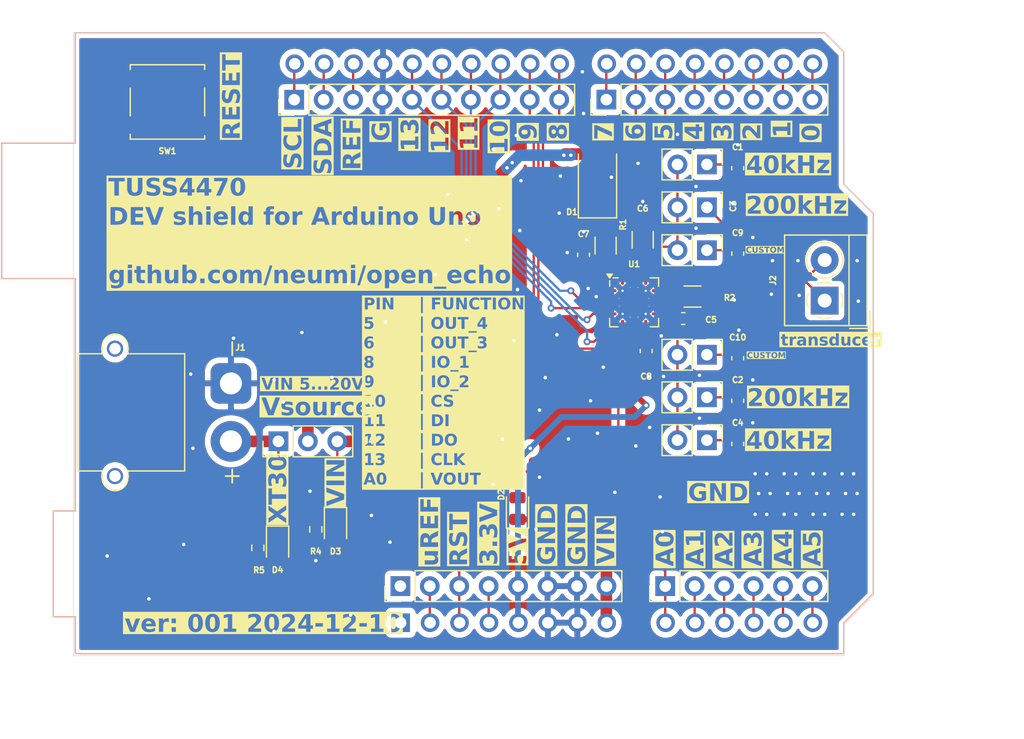
<source format=kicad_pcb>
(kicad_pcb (version 20240108) (generator "pcbnew") (generator_version "8.0")
  (layers (0 "F.Cu" signal) (31 "B.Cu" signal) (34 "B.Paste" user) (35 "F.Paste" user) (36 "B.SilkS" user "B.Silkscreen") (37 "F.SilkS" user "F.Silkscreen") (38 "B.Mask" user) (39 "F.Mask" user) (44 "Edge.Cuts" user))
  (net 0 "")
  (net 2 "Net-(J2-Pin_1)")
  (net 3 "Net-(J2-Pin_2)")
  (net 4 "GND")
  (net 5 "NCS")
  (net 6 "OUT_4")
  (net 7 "ADC")
  (net 8 "IO_2")
  (net 9 "Net-(A1-VIN)")
  (net 10 "OUT_3")
  (net 11 "SDO")
  (net 12 "SCLK")
  (net 13 "IO_1")
  (net 14 "+5V")
  (net 15 "SDI")
  (net 16 "Net-(JP1-A)")
  (net 17 "Net-(JP2-A)")
  (net 18 "Net-(JP3-A)")
  (net 19 "Net-(JP4-A)")
  (net 20 "Net-(C5-Pad1)")
  (net 21 "Net-(U1-INP)")
  (net 22 "Net-(U1-VDRV)")
  (net 23 "Net-(U1-VPWR)")
  (net 24 "Net-(JP5-A)")
  (net 25 "Net-(JP6-A)")
  (net 26 "Net-(D1-K)")
  (net 27 "VCC")
  (net 28 "Net-(J1-Pin_2)")
  (net 29 "Net-(JP1-B)")
  (net 30 "Net-(JP2-B)")
  (net 31 "+3.3V")
  (net 32 "Net-(A1-A3)")
  (net 33 "RESET")
  (net 34 "Net-(A1-D1{slash}TX)")
  (net 35 "Net-(J6-Pin_6)")
  (net 36 "Net-(J6-Pin_5)")
  (net 37 "Net-(A1-D4)")
  (net 38 "Net-(A1-D2)")
  (net 39 "Net-(J3-Pin_2)")
  (net 40 "Net-(A1-D0{slash}RX)")
  (net 41 "Net-(J3-Pin_1)")
  (net 42 "Net-(A1-A1)")
  (net 43 "Net-(A1-D3)")
  (net 44 "Net-(A1-AREF)")
  (net 45 "UREF")
  (net 46 "Net-(A1-D7)")
  (net 47 "Net-(A1-A2)")
  (net 49 "Net-(D2-A)")
  (net 50 "Net-(D3-A)")
  (net 51 "Net-(D4-A)")
  (footprint "Resistor_SMD:R_1206_3216Metric" (layer "F.Cu") (at 117.5 57 180)
    (property "Reference" "R2")
    (property "Value" "R200")
  )
  (footprint "LED_SMD:LED_0805_2012Metric" (layer "F.Cu") (at 102.4 75.3 90)
    (property "Reference" "D2")
    (property "Value" "LED_PWR")
  )
  (footprint "TerminalBlock_4Ucon:TerminalBlock_4Ucon_1x02_P3.50mm_Horizontal" (layer "F.Cu") (at 128.9 57.35 90)
    (property "Reference" "J2")
    (property "Value" "TRANSDUCER")
  )
  (footprint "Package_DFN_QFN:QFN-20-1EP_4x4mm_P0.5mm_EP2.5x2.5mm_ThermalVias" (layer "F.Cu") (at 112.4625 57.5)
    (property "Reference" "U1")
    (property "Value" "TUSS4470TRTJR")
  )
  (footprint "Diode_SMD:D_SMA" (layer "F.Cu") (at 109.3 46.7 90)
    (property "Reference" "D1")
    (property "Value" "1N4001")
  )
  (footprint "Capacitor_SMD:C_0603_1608Metric" (layer "F.Cu") (at 116.7 58.9 180)
    (property "Reference" "C5")
    (property "Value" "40V, 330pF")
  )
  (footprint "Connector_PinHeader_2.54mm:PinHeader_1x02_P2.54mm_Vertical" (layer "F.Cu") (at 118.74 65.7 -90)
    (property "Reference" "JP2" (hide yes))
    (property "Value" "40kHz")
  )
  (footprint "Connector_PinHeader_2.54mm:PinHeader_1x02_P2.54mm_Vertical" (layer "F.Cu") (at 118.74 49.3 -90)
    (property "Reference" "JP3" (hide yes))
    (property "Value" "200kHz")
  )
  (footprint "Capacitor_SMD:C_0603_1608Metric" (layer "F.Cu") (at 121.4 66 90)
    (property "Reference" "C2")
    (property "Value" "C106nF")
  )
  (footprint "Capacitor_SMD:C_0603_1608Metric" (layer "F.Cu") (at 113.5 61.7 90)
    (property "Reference" "C8")
    (property "Value" "10nF")
  )
  (footprint "Connector_PinHeader_2.54mm:PinHeader_1x06_P2.54mm_Vertical" (layer "F.Cu") (at 115.143426 82 90)
    (property "Reference" "J6" (hide yes))
    (property "Value" "Conn_01x06_Socket")
  )
  (footprint "Connector_AMASS:AMASS_XT30PW-M_1x02_P2.50mm_Horizontal" (layer "F.Cu") (at 77.675 64.5 90)
    (property "Reference" "J1")
    (property "Value" "VIN")
  )
  (footprint "LED_SMD:LED_0805_2012Metric" (layer "F.Cu") (at 86.7 76.9 -90)
    (property "Reference" "D3")
    (property "Value" "LED_VIN")
  )
  (footprint "LED_SMD:LED_0805_2012Metric" (layer "F.Cu") (at 81.7 78.5 -90)
    (property "Reference" "D4")
    (property "Value" "LED_XT30")
  )
  (footprint "Resistor_SMD:R_0603_1608Metric" (layer "F.Cu") (at 102.4 72.1 90)
    (property "Reference" "R3")
    (property "Value" "R330")
  )
  (footprint "Capacitor_SMD:C_1206_3216Metric" (layer "F.Cu") (at 113.2 52.1 90)
    (property "Reference" "C6")
    (property "Value" "40V, 2µF")
  )
  (footprint "Capacitor_SMD:C_0603_1608Metric" (layer "F.Cu") (at 121.4 62.325 90)
    (property "Reference" "C10")
    (property "Value" "CXXnF")
  )
  (footprint "Capacitor_SMD:C_0603_1608Metric" (layer "F.Cu") (at 121.4 53.3 90)
    (property "Reference" "C9")
    (property "Value" "CXXnF")
  )
  (footprint "Connector_PinHeader_2.54mm:PinHeader_1x02_P2.54mm_Vertical" (layer "F.Cu") (at 118.74 69.4 -90)
    (property "Reference" "JP4" (hide yes))
    (property "Value" "200kHz")
  )
  (footprint "Capacitor_SMD:C_0603_1608Metric" (layer "F.Cu") (at 121.4 45.925 90)
    (property "Reference" "C1")
    (property "Value" "C15nF")
  )
  (footprint "Resistor_SMD:R_0603_1608Metric" (layer "F.Cu") (at 85 77.1 90)
    (property "Reference" "R4")
    (property "Value" "R1k")
  )
  (footprint "Resistor_SMD:R_1206_3216Metric" (layer "F.Cu") (at 110 52.6 90)
    (property "Reference" "R1")
    (property "Value" "R10")
  )
  (footprint "Resistor_SMD:R_0603_1608Metric" (layer "F.Cu") (at 80 78.7 90)
    (property "Reference" "R5")
    (property "Value" "R1k")
  )
  (footprint "Capacitor_SMD:C_0201_0603Metric" (layer "F.Cu") (at 121 50.4 90)
    (property "Reference" "C3")
    (property "Value" "C3.2nF")
  )
  (footprint "Connector_PinHeader_2.54mm:PinHeader_1x08_P2.54mm_Vertical" (layer "F.Cu") (at 92.292675 81.999189 90)
    (property "Reference" "J7" (hide yes))
    (property "Value" "Conn_01x08_Socket")
  )
  (footprint "Connector_PinHeader_2.54mm:PinHeader_1x08_P2.54mm_Vertical" (layer "F.Cu") (at 110.062821 40 90)
    (property "Reference" "J5" (hide yes))
    (property "Value" "Conn_01x08_Socket")
  )
  (footprint "Connector_PinHeader_2.54mm:PinHeader_1x10_P2.54mm_Vertical" (layer "F.Cu") (at 83.137057 40.008896 90)
    (property "Reference" "J3" (hide yes))
    (property "Value" "Conn_01x10_Socket")
  )
  (footprint "Capacitor_SMD:C_0603_1608Metric" (layer "F.Cu") (at 108.1 53.4 90)
    (property "Reference" "C7")
    (property "Value" "50V, 100nF")
  )
  (footprint "Button_Switch_SMD:SW_Push_1P1T_NO_CK_KSC7xxJ" (layer "F.Cu") (at 72.2 40.2)
    (property "Reference" "SW1")
    (property "Value" "RST")
  )
  (footprint "Connector_PinHeader_2.54mm:PinHeader_1x03_P2.54mm_Vertical" (layer "F.Cu") (at 81.775 69.5 90)
    (property "Reference" "J4")
    (property "Value" "VCC SELECT")
  )
  (footprint "Capacitor_SMD:C_0603_1608Metric" (layer "F.Cu") (at 121.4 69.725 90)
    (property "Reference" "C4")
    (property "Value" "C21.2nF")
  )
  (footprint "Connector_PinHeader_2.54mm:PinHeader_1x02_P2.54mm_Vertical" (layer "F.Cu") (at 118.74 53 -90)
    (property "Reference" "JP5" (hide yes))
    (property "Value" "CUSTOM kHz")
  )
  (footprint "Connector_PinHeader_2.54mm:PinHeader_1x02_P2.54mm_Vertical" (layer "F.Cu") (at 118.74 45.6 -90)
    (property "Reference" "JP1" (hide yes))
    (property "Value" "40kHz")
  )
  (footprint "Connector_PinHeader_2.54mm:PinHeader_1x02_P2.54mm_Vertical" (layer "F.Cu") (at 118.74 62.025 -90)
    (property "Reference" "JP6" (hide yes))
    (property "Value" "CUSTOM kHz")
  )
  (footprint "Module:Arduino_UNO_R3" (layer "B.Cu") (at 92.32 85.16)
    (property "Reference" "A1" (hide yes))
    (property "Value" "Arduino_UNO_R3" (hide yes))
  )
  (gr_line (start 130.6 88) (end 64.1 88) (stroke (width 0.05)) (layer "Edge.Cuts"))
  (gr_line (start 130.6 36) (end 130.6 47.4) (stroke (width 0.05)) (layer "Edge.Cuts"))
  (gr_line (start 64.1 88) (end 64.1 84.8) (stroke (width 0.05)) (layer "Edge.Cuts"))
  (gr_line (start 133.1 82.8) (end 130.6 85.3) (stroke (width 0.05)) (layer "Edge.Cuts"))
  (gr_line (start 64.1 34.2) (end 128.8 34.2) (stroke (width 0.05)) (layer "Edge.Cuts"))
  (gr_line (start 130.6 85.3) (end 130.6 88) (stroke (width 0.05)) (layer "Edge.Cuts"))
  (gr_line (start 133.1 49.9) (end 133.1 82.8) (stroke (width 0.05)) (layer "Edge.Cuts"))
  (gr_line (start 128.8 34.2) (end 130.6 36) (stroke (width 0.05)) (layer "Edge.Cuts"))
  (gr_line (start 64.1 84.8) (end 64.1 34.2) (stroke (width 0.05)) (layer "Edge.Cuts"))
  (gr_line (start 130.6 47.4) (end 133.1 49.9) (stroke (width 0.05)) (layer "Edge.Cuts"))
  (gr_text "3" (at 121.1 43.5 90) (layer "F.SilkS" knockout) (effects (font (size 1.5 1.5) (thickness 0.3) (bold yes)) (justify left bottom)))
  (gr_text "VIN" (at 111 80.1 90) (layer "F.SilkS" knockout) (effects (font (size 1.5 1.5) (thickness 0.3) (bold yes)) (justify left bottom)))
  (gr_text "A1" (at 118.7 80.3 90) (layer "F.SilkS" knockout) (effects (font (size 1.5 1.5) (thickness 0.3) (bold yes)) (justify left bottom)))
  (gr_text "12" (at 96.7 44.6 90) (layer "F.SilkS" knockout) (effects (font (size 1.5 1.5) (thickness 0.3) (bold yes)) (justify left bottom)))
  (gr_text "A5" (at 128.8 80.3 90) (layer "F.SilkS" knockout) (effects (font (size 1.5 1.5) (thickness 0.3) (bold yes)) (justify left bottom)))
  (gr_text "0" (at 128.7 43.6 90) (layer "F.SilkS" knockout) (effects (font (size 1.5 1.5) (thickness 0.3) (bold yes)) (justify left bottom)))
  (gr_text "REF" (at 89.1 46.1 90) (layer "F.SilkS" knockout) (effects (font (size 1.5 1.5) (thickness 0.3) (bold yes)) (justify left bottom)))
  (gr_text "XT30" (at 82.7 76.6 90) (layer "F.SilkS" knockout) (effects (font (size 1.5 1.5) (thickness 0.3) (bold yes)) (justify left bottom)))
  (gr_text "CUSTOM" (at 122.2 62.4 0) (layer "F.SilkS" knockout) (effects (font (size 0.5 0.5) (thickness 0.125) (bold yes)) (justify left bottom)))
  (gr_text "3.3V" (at 100.9 80.2 90) (layer "F.SilkS" knockout) (effects (font (size 1.5 1.5) (thickness 0.3) (bold yes)) (justify left bottom)))
  (gr_text "uREF" (at 95.8 80.3 90) (layer "F.SilkS" knockout) (effects (font (size 1.5 1.5) (thickness 0.3) (bold yes)) (justify left bottom)))
  (gr_text "6" (at 113.5 43.5 90) (layer "F.SilkS" knockout) (effects (font (size 1.5 1.5) (thickness 0.3) (bold yes)) (justify left bottom)))
  (gr_text "200kHz" (at 122.1 50.1 0) (layer "F.SilkS" knockout) (effects (font (size 1.5 1.5) (thickness 0.3) (bold yes)) (justify left bottom)))
  (gr_text "9" (at 104.3 43.5 90) (layer "F.SilkS" knockout) (effects (font (size 1.5 1.5) (thickness 0.3) (bold yes)) (justify left bottom)))
  (gr_text "40kHz" (at 122.1 46.6 0) (layer "F.SilkS" knockout) (effects (font (size 1.5 1.5) (thickness 0.3) (bold yes)) (justify left bottom)))
  (gr_text "SDA" (at 86.6 46.5 90) (layer "F.SilkS" knockout) (effects (font (size 1.5 1.5) (thickness 0.3) (bold yes)) (justify left bottom)))
  (gr_text "RST" (at 98.3 80.3 90) (layer "F.SilkS" knockout) (effects (font (size 1.5 1.5) (thickness 0.3) (bold yes)) (justify left bottom)))
  (gr_text "GND" (at 117.1 74.9 0) (layer "F.SilkS" knockout) (effects (font (size 1.5 1.5) (thickness 0.3) (bold yes)) (justify left bottom)))
  (gr_text "RESET" (at 78.7 43.5 90) (layer "F.SilkS" knockout) (effects (font (size 1.5 1.5) (thickness 0.3) (bold yes)) (justify left bottom)))
  (gr_text "A0" (at 116.1 80.3 90) (layer "F.SilkS" knockout) (effects (font (size 1.5 1.5) (thickness 0.3) (bold yes)) (justify left bottom)))
  (gr_text "CUSTOM" (at 122.1 53.3 0) (layer "F.SilkS" knockout) (effects (font (size 0.5 0.5) (thickness 0.125) (bold yes)) (justify left bottom)))
  (gr_text "10" (at 101.8 44.7 90) (layer "F.SilkS" knockout) (effects (font (size 1.5 1.5) (thickness 0.3) (bold yes)) (justify left bottom)))
  (gr_text "A2" (at 121.2 80.3 90) (layer "F.SilkS" knockout) (effects (font (size 1.5 1.5) (thickness 0.3) (bold yes)) (justify left bottom)))
  (gr_text "SCL" (at 84 46 90) (layer "F.SilkS" knockout) (effects (font (size 1.5 1.5) (thickness 0.3) (bold yes)) (justify left bottom)))
  (gr_text "8" (at 106.9 43.5 90) (layer "F.SilkS" knockout) (effects (font (size 1.5 1.5) (thickness 0.3) (bold yes)) (justify left bottom)))
  (gr_text "GND" (at 108.5 80.2 90) (layer "F.SilkS" knockout) (effects (font (size 1.5 1.5) (thickness 0.3) (bold yes)) (justify left bottom)))
  (gr_text "200kHz" (at 122.2 66.7 0) (layer "F.SilkS" knockout) (effects (font (size 1.5 1.5) (thickness 0.3) (bold yes)) (justify left bottom)))
  (gr_text "2" (at 123.6 43.5 90) (layer "F.SilkS" knockout) (effects (font (size 1.5 1.5) (thickness 0.3) (bold yes)) (justify left bottom)))
  (gr_text "Vsource" (at 80.3 67.5 0) (layer "F.SilkS" knockout) (effects (font (size 1.5 1.5) (thickness 0.3) (bold yes)) (justify left bottom)))
  (gr_text "G" (at 91.6 43.6 90) (layer "F.SilkS" knockout) (effects (font (size 1.5 1.5) (thickness 0.3) (bold yes)) (justify left bottom)))
  (gr_text "13" (at 94.1 44.5 90) (layer "F.SilkS" knockout) (effects (font (size 1.5 1.5) (thickness 0.3) (bold yes)) (justify left bottom)))
  (gr_text "40kHz" (at 122.1 70.4 0) (layer "F.SilkS" knockout) (effects (font (size 1.5 1.5) (thickness 0.3) (bold yes)) (justify left bottom)))
  (gr_text "11" (at 99.2 44.4 90) (layer "F.SilkS" knockout) (effects (font (size 1.5 1.5) (thickness 0.3) (bold yes)) (justify left bottom)))
  (gr_text "VIN 5...20V" (at 80.3 65.2 0) (layer "F.SilkS" knockout) (effects (font (size 1 1) (thickness 0.25) (bold yes)) (justify left bottom)))
  (gr_text "7" (at 110.8 43.5 90) (layer "F.SilkS" knockout) (effects (font (size 1.5 1.5) (thickness 0.3) (bold yes)) (justify left bottom)))
  (gr_text "GND" (at 105.9 80.2 90) (layer "F.SilkS" knockout) (effects (font (size 1.5 1.5) (thickness 0.3) (bold yes)) (justify left bottom)))
  (gr_text "transducer" (at 125.1 61.4 0) (layer "F.SilkS" knockout) (effects (font (size 1 1) (thickness 0.25) (bold yes)) (justify left bottom)))
  (gr_text "PIN	| FUNCTION\n5		| OUT_4\n6		| OUT_3\n8		| IO_1\n9		| IO_2\n10		| CS\n11		| DI\n12		| DO\n13		| CLK\nA0		| VOUT" (at 89.1 73.4 0) (layer "F.SilkS" knockout) (effects (font (size 1 1) (thickness 0.25) (bold yes)) (justify left bottom)))
  (gr_text "ver: 001 2024-12-10\n" (at 68.5 86.2 0) (layer "F.SilkS" knockout) (effects (font (size 1.5 1.5) (thickness 0.3) (bold yes)) (justify left bottom)))
  (gr_text "A4" (at 126.3 80.3 90) (layer "F.SilkS" knockout) (effects (font (size 1.5 1.5) (thickness 0.3) (bold yes)) (justify left bottom)))
  (gr_text "TUSS4470\nDEV shield for Arduino Uno\n\ngithub.com/neumi/open_echo" (at 67.1 56.1 0) (layer "F.SilkS" knockout) (effects (font (size 1.5 1.5) (thickness 0.3) (bold yes)) (justify left bottom)))
  (gr_text "5" (at 116 43.5 90) (layer "F.SilkS" knockout) (effects (font (size 1.5 1.5) (thickness 0.3) (bold yes)) (justify left bottom)))
  (gr_text "4" (at 118.6 43.5 90) (layer "F.SilkS" knockout) (effects (font (size 1.5 1.5) (thickness 0.3) (bold yes)) (justify left bottom)))
  (gr_text "VIN" (at 87.7 75.1 90) (layer "F.SilkS" knockout) (effects (font (size 1.5 1.5) (thickness 0.3) (bold yes)) (justify left bottom)))
  (gr_text "A3" (at 123.7 80.3 90) (layer "F.SilkS" knockout) (effects (font (size 1.5 1.5) (thickness 0.3) (bold yes)) (justify left bottom)))
  (gr_text "1" (at 126.2 43.3 90) (layer "F.SilkS" knockout) (effects (font (size 1.5 1.5) (thickness 0.3) (bold yes)) (justify left bottom)))
  (gr_text "5V" (at 103.4 80.2 90) (layer "F.SilkS" knockout) (effects (font (size 1.5 1.5) (thickness 0.3) (bold yes)) (justify left bottom)))
  (segment (start 128.9 57.35) (end 127.15 55.6) (width 0.2) (layer "F.Cu") (net 2))
  (segment (start 115.5375 56.5) (end 116.0375 57) (width 0.2) (layer "F.Cu") (net 2))
  (segment (start 117.4375 55.6) (end 116.0375 57) (width 0.2) (layer "F.Cu") (net 2))
  (segment (start 127.15 55.6) (end 117.4375 55.6) (width 0.2) (layer "F.Cu") (net 2))
  (segment (start 114.4 56.5) (end 115.5375 56.5) (width 0.2) (layer "F.Cu") (net 2))
  (segment (start 128.9 53.85) (end 127.75 55) (width 0.2) (layer "F.Cu") (net 3))
  (segment (start 114.025 55) (end 113.4625 55.5625) (width 0.2) (layer "F.Cu") (net 3))
  (segment (start 127.75 55) (end 114.025 55) (width 0.2) (layer "F.Cu") (net 3))
  (segment (start 90.76 40.005953) (end 90.757057 40.008896) (width 0.2) (layer "F.Cu") (net 4))
  (segment (start 114.4 57) (end 114.4 57.5) (width 0.2) (layer "F.Cu") (net 4))
  (segment (start 107.532675 85.247325) (end 107.52 85.26) (width 0.2) (layer "F.Cu") (net 4))
  (segment (start 110.525 57) (end 111.9625 57) (width 0.2) (layer "F.Cu") (net 4))
  (segment (start 114.4 57) (end 113.9625 57) (width 0.2) (layer "F.Cu") (net 4))
  (segment (start 111.9625 57) (end 112.4625 57.5) (width 0.2) (layer "F.Cu") (net 4))
  (segment (start 114.4 57) (end 112.9625 57) (width 0.2) (layer "F.Cu") (net 4))
  (segment (start 113.4625 58.5) (end 111.4625 58.5) (width 0.2) (layer "F.Cu") (net 4))
  (segment (start 104.992675 85.247325) (end 104.98 85.26) (width 0.2) (layer "F.Cu") (net 4))
  (segment (start 112.9625 57) (end 112.4625 57.5) (width 0.2) (layer "F.Cu") (net 4))
  (segment (start 111.4625 58.5) (end 111.4625 56.5) (width 0.2) (layer "F.Cu") (net 4))
  (segment (start 113.2 50.625) (end 113.2 48.8) (width 0.2) (layer "F.Cu") (net 4))
  (segment (start 110.525 57) (end 109.2 57) (width 0.2) (layer "F.Cu") (net 4))
  (segment (start 104.992675 81.999189) (end 104.992675 85.247325) (width 0.2) (layer "F.Cu") (net 4))
  (segment (start 113.4625 56.5) (end 113.4625 58.5) (width 0.2) (layer "F.Cu") (net 4))
  (segment (start 107.532675 81.999189) (end 107.532675 85.247325) (width 0.2) (layer "F.Cu") (net 4))
  (segment (start 90.76 37) (end 90.76 40.005953) (width 0.2) (layer "F.Cu") (net 4))
  (segment (start 111.4625 56.5) (end 113.4625 56.5) (width 0.2) (layer "F.Cu") (net 4))
  (via (at 108.5 56.3) (size 0.6) (drill 0.3) (layers "F.Cu" "B.Cu") (net 4))
  (via (at 109.3 68.8) (size 0.6) (drill 0.3) (layers "F.Cu" "B.Cu") (net 4))
  (via (at 85 79.8) (size 0.6) (drill 0.3) (layers "F.Cu" "B.Cu") (net 4))
  (via (at 124.4 53.9) (size 0.6) (drill 0.3) (layers "F.Cu" "B.Cu") (net 4))
  (via (at 131.8 57.4) (size 0.6) (drill 0.3) (layers "F.Cu" "B.Cu") (net 4))
  (via (at 118.1 67.5) (size 0.6) (drill 0.3) (layers "F.Cu" "B.Cu") (net 4))
  (via (at 96.4 48.2) (size 0.6) (drill 0.3) (layers "F.Cu" "B.Cu") (net 4))
  (via (at 98 52.1) (size 0.6) (drill 0.3) (layers "F.Cu" "B.Cu") (net 4))
  (via (at 74.2 63.7) (size 0.6) (drill 0.3) (layers "F.Cu" "B.Cu") (net 4))
  (via (at 115 63.9) (size 0.6) (drill 0.3) (layers "F.Cu" "B.Cu") (net 4))
  (via (at 116.2 43) (size 0.6) (drill 0.3) (layers "F.Cu" "B.Cu") (net 4))
  (via (at 82.2 66.1) (size 0.6) (drill 0.3) (layers "F.Cu" "B.Cu") (net 4))
  (via (at 122.9 72.3) (size 0.6) (drill 0.3) (layers "F.Cu" "B.Cu") (net 4))
  (via (at 95.3 55.1) (size 0.6) (drill 0.3) (layers "F.Cu" "B.Cu") (net 4))
  (via (at 128.9 75.8) (size 0.6) (drill 0.3) (layers "F.Cu" "B.Cu") (net 4))
  (via (at 102.6 51.3) (size 0.6) (drill 0.3) (layers "F.Cu" "B.Cu") (net 4))
  (via (at 121.1 57.3) (size 0.6) (drill 0.3) (layers "F.Cu" "B.Cu") (net 4))
  (via (at 108.7 66) (size 0.6) (drill 0.3) (layers "F.Cu" "B.Cu") (net 4))
  (via (at 130.4 72.3) (size 0.6) (drill 0.3) (layers "F.Cu" "B.Cu") (net 4))
  (via (at 87.8 55.9) (size 0.6) (drill 0.3) (layers "F.Cu" "B.Cu") (net 4))
  (via (at 81.4 85.9) (size 0.6) (drill 0.3) (layers "F.Cu" "B.Cu") (net 4))
  (via (at 104.3 66.8) (size 0.6) (drill 0.3) (layers "F.Cu" "B.Cu") (net 4))
  (via (at 104.8 64) (size 0.6) (drill 0.3) (layers "F.Cu" "B.Cu") (net 4))
  (via (at 110.6 77.1) (size 0.6) (drill 0.3) (layers "F.Cu" "B.Cu") (net 4))
  (via (at 124.2 74) (size 0.6) (drill 0.3) (layers "F.Cu" "B.Cu") (net 4))
  (via (at 123.9 75.8) (size 0.6) (drill 0.3) (layers "F.Cu" "B.Cu") (net 4))
  (via (at 122.7 51.9) (size 0.6) (drill 0.3) (layers "F.Cu" "B.Cu") (net 4))
  (via (at 77.9 60.6) (size 0.6) (drill 0.3) (layers "F.Cu" "B.Cu") (net 4))
  (via (at 106.7 53.2) (size 0.6) (drill 0.3) (layers "F.Cu" "B.Cu") (net 4))
  (via (at 126.4 75.8) (size 0.6) (drill 0.3) (layers "F.Cu" "B.Cu") (net 4))
  (via (at 110.5 46.7) (size 0.6) (drill 0.3) (layers "F.Cu" "B.Cu") (net 4))
  (via (at 128.9 72.3) (size 0.6) (drill 0.3) (layers "F.Cu" "B.Cu") (net 4))
  (via (at 128.2 74) (size 0.6) (drill 0.3) (layers "F.Cu" "B.Cu") (net 4))
  (via (at 121.5 59.9) (size 0.6) (drill 0.3) (layers "F.Cu" "B.Cu") (net 4))
  (via (at 130.4 75.8) (size 0.6) (drill 0.3) (layers "F.Cu" "B.Cu") (net 4))
  (via (at 74.4 70.1) (size 0.6) (drill 0.3) (layers "F.Cu" "B.Cu") (net 4))
  (via (at 125.7 74) (size 0.6) (drill 0.3) (layers "F.Cu" "B.Cu") (net 4))
  (via (at 126.6 53.9) (size 0.6) (drill 0.3) (layers "F.Cu" "B.Cu") (net 4))
  (via (at 104.3 72.6) (size 0.6) (drill 0.3) (layers "F.Cu" "B.Cu") (net 4))
  (via (at 114.8 60.4) (size 0.6) (drill 0.3) (layers "F.Cu" "B.Cu") (net 4))
  (via (at 124.3 56.8) (size 0.6) (drill 0.3) (layers "F.Cu" "B.Cu") (net 4))
  (via (at 83.8 60.1) (size 0.6) (drill 0.3) (layers "F.Cu" "B.Cu") (net 4))
  (via (at 84.5 73.8) (size 0.6) (drill 0.3) (layers "F.Cu" "B.Cu") (net 4))
  (via (at 121 49) (size 0.6) (drill 0.3) (layers "F.Cu" "B.Cu") (net 4))
  (via (at 109.2 57) (size 0.6) (drill 0.3) (layers "F.Cu" "B.Cu") (net 4))
  (via (at 70.6 83.1) (size 0.6) (drill 0.3) (layers "F.Cu" "B.Cu") (net 4))
  (via (at 123.2 74) (size 0.6) (drill 0.3) (layers "F.Cu" "B.Cu") (net 4))
  (via (at 125.4 75.8) (size 0.6) (drill 0.3) (layers "F.Cu" "B.Cu") (net 4))
  (via (at 86.4 64) (size 0.6) (drill 0.3) (layers "F.Cu" "B.Cu") (net 4))
  (via (at 131.7 53.9) (size 0.6) (drill 0.3) (layers "F.Cu" "B.Cu") (net 4))
  (via (at 106 49.8) (size 0.6) (drill 0.3) (layers "F.Cu" "B.Cu") (net 4))
  (via (at 106.8 69.3) (size 0.6) (drill 0.3) (layers "F.Cu" "B.Cu") (net 4))
  (via (at 106.1 46.6) (size 0.6) (drill 0.3) (layers "F.Cu" "B.Cu") (net 4))
  (via (at 101.1 69.3) (size 0.6) (drill 0.3) (layers "F.Cu" "B.Cu") (net 4))
  (via (at 91.4 78.2) (size 0.6) (drill 0.3) (layers "F.Cu" "B.Cu") (net 4))
  (via (at 108.1 51.4) (size 0.6) (drill 0.3) (layers "F.Cu" "B.Cu") (net 4))
  (via (at 104 77.1) (size 0.6) (drill 0.3) (layers "F.Cu" "B.Cu") (net 4))
  (via (at 127.9 72.3) (size 0.6) (drill 0.3) (layers "F.Cu" "B.Cu") (net 4))
  (via (at 100.3 44.3) (size 0.6) (drill 0.3) (layers "F.Cu" "B.Cu") (net 4))
  (via (at 130.7 74) (size 0.6) (drill 0.3) (layers "F.Cu" "B.Cu") (net 4))
  (via (at 112.8 45.5) (size 0.6) (drill 0.3) (layers "F.Cu" "B.Cu") (net 4))
  (via (at 81.4 64.2) (size 0.6) (drill 0.3) (layers "F.Cu" "B.Cu") (net 4))
  (via (at 113.2 48.8) (size 0.6) (drill 0.3) (layers "F.Cu" "B.Cu") (net 4))
  (via (at 114.9 77.3) (size 0.6) (drill 0.3) (layers "F.Cu" "B.Cu") (net 4))
  (via (at 121.4 43.9) (size 0.6) (drill 0.3) (layers "F.Cu" "B.Cu") (net 4))
  (via (at 88 84.5) (size 0.6) (drill 0.3) (layers "F.Cu" "B.Cu") (net 4))
  (via (at 93.2 51) (size 0.6) (drill 0.3) (layers "F.Cu" "B.Cu") (net 4))
  (via (at 109.8 63.1) (size 0.6) (drill 0.3) (layers "F.Cu" "B.Cu") (net 4))
  (via (at 73.6 78.4) (size 0.6) (drill 0.3) (layers "F.Cu" "B.Cu") (net 4))
  (via (at 113.8 68.3) (size 0.6) (drill 0.3) (layers "F.Cu" "B.Cu") (net 4))
  (via (at 131.4 75.8) (size 0.6) (drill 0.3) (layers "F.Cu" "B.Cu") (net 4))
  (via (at 117.8 47.5) (size 0.6) (drill 0.3) (layers "F.Cu" "B.Cu") (net 4))
  (via (at 102.7 47) (size 0.6) (drill 0.3) (layers "F.Cu" "B.Cu") (net 4))
  (via (at 113.7 63.9) (size 0.6) (drill 0.3) (layers "F.Cu" "B.Cu") (net 4))
  (via (at 131.4 72.3) (size 0.6) (drill 0.3) (layers "F.Cu" "B.Cu") (net 4))
  (via (at 126.7 56.9) (size 0.6) (drill 0.3) (layers "F.Cu" "B.Cu") (net 4))
  (via (at 122.7 64.2) (size 0.6) (drill 0.3) (layers "F.Cu" "B.Cu") (net 4))
  (via (at 118.1 63.8) (size 0.6) (drill 0.3) (layers "F.Cu" "B.Cu") (net 4))
  (via (at 122.9 75.8) (size 0.6) (drill 0.3) (layers "F.Cu" "B.Cu") (net 4))
  (via (at 126.7 74) (size 0.6) (drill 0.3) (layers "F.Cu" "B.Cu") (net 4))
  (via (at 114.7 74.3) (size 0.6) (drill 0.3) (layers "F.Cu" "B.Cu") (net 4))
  (via (at 112.6 69.9) (size 0.6) (drill 0.3) (layers "F.Cu" "B.Cu") (net 4))
  (via (at 89.8 75.9) (size 0.6) (drill 0.3) (layers "F.Cu" "B.Cu") (net 4))
  (via (at 123.9 72.3) (size 0.6) (drill 0.3) (layers "F.Cu" "B.Cu") (net 4))
  (via (at 67 79.4) (size 0.6) (drill 0.3) (layers "F.Cu" "B.Cu") (net 4))
  (via (at 129.2 74) (size 0.6) (drill 0.3) (layers "F.Cu" "B.Cu") (net 4))
  (via (at 125.4 72.3) (size 0.6) (drill 0.3) (layers "F.Cu" "B.Cu") (net 4))
  (via (at 105.8 60.3) (size 0.6) (drill 0.3) (layers "F.Cu" "B.Cu") (net 4))
  (via (at 91 59.2) (size 0.6) (drill 0.3) (layers "F.Cu" "B.Cu") (net 4))
  (via (at 110.8 73.9) (size 0.6) (drill 0.3) (layers "F.Cu" "B.Cu") (net 4))
  (via (at 102.4 56.4) (size 0.6) (drill 0.3) (layers "F.Cu" "B.Cu") (net 4))
  (via (at 86.7 67.2) (size 0.6) (drill 0.3) (layers "F.Cu" "B.Cu") (net 4))
  (via (at 108 37.6) (size 0.6) (drill 0.3) (layers "F.Cu" "B.Cu") (net 4))
  (via (at 126.4 72.3) (size 0.6) (drill 0.3) (layers "F.Cu" "B.Cu") (net 4))
  (via (at 100.8 49.4) (size 0.6) (drill 0.3) (layers "F.Cu" "B.Cu") (net 4))
  (via (at 117.8 51.1) (size 0.6) (drill 0.3) (layers "F.Cu" "B.Cu") (net 4))
  (via (at 127.9 75.8) (size 0.6) (drill 0.3) (layers "F.Cu" "B.Cu") (net 4))
  (via (at 102.3 43.1) (size 0.6) (drill 0.3) (layers "F.Cu" "B.Cu") (net 4))
  (via (at 122.7 67.9) (size 0.6) (drill 0.3) (layers "F.Cu" "B.Cu") (net 4))
  (via (at 108.1 41.2) (size 0.6) (drill 0.3) (layers "F.Cu" "B.Cu") (net 4))
  (via (at 100.3 73.2) (size 0.6) (drill 0.3) (layers "F.Cu" "B.Cu") (net 4))
  (via (at 131.7 74) (size 0.6) (drill 0.3) (layers "F.Cu" "B.Cu") (net 4))
  (via (at 102.1 60.8) (size 0.6) (drill 0.3) (layers "F.Cu" "B.Cu") (net 4))
  (segment (start 110.525 57.5) (end 109.548529 57.5) (width 0.2) (layer "F.Cu") (net 5))
  (segment (start 100.92 40.005953) (end 100.917057 40.008896) (width 0.2) (layer "F.Cu") (net 5))
  (segment (start 109.548529 57.5) (end 109.448529 57.6) (width 0.2) (layer "F.Cu") (net 5))
  (segment (start 108.1 57.6) (end 107 56.5) (width 0.2) (layer "F.Cu") (net 5))
  (segment (start 100.92 37) (end 100.92 40.005953) (width 0.2) (layer "F.Cu") (net 5))
  (segment (start 109.448529 57.6) (end 108.1 57.6) (width 0.2) (layer "F.Cu") (net 5))
  (via (at 107 56.5) (size 0.6) (drill 0.3) (layers "F.Cu" "B.Cu") (net 5))
  (segment (start 98.78 49.214314) (end 106.065686 56.5) (width 0.2) (layer "B.Cu") (net 5))
  (segment (start 98.78 42.145953) (end 100.917057 40.008896) (width 0.2) (layer "B.Cu") (net 5))
  (segment (start 98.78 43.7) (end 98.78 42.145953) (width 0.2) (layer "B.Cu") (net 5))
  (segment (start 98.78 43.7) (end 98.78 49.214314) (width 0.2) (layer "B.Cu") (net 5))
  (segment (start 106.065686 56.5) (end 107 56.5) (width 0.2) (layer "B.Cu") (net 5))
  (segment (start 115.14 37) (end 115.14 39.997179) (width 0.2) (layer "F.Cu") (net 6))
  (segment (start 115.142821 41.557179) (end 115.142821 40) (width 0.2) (layer "F.Cu") (net 6))
  (segment (start 111.9625 55.5625) (end 111.9625 55.135614) (width 0.2) (layer "F.Cu") (net 6))
  (segment (start 111.4 54.573114) (end 111.4 45.3) (width 0.2) (layer "F.Cu") (net 6))
  (segment (start 111.9625 55.135614) (end 111.4 54.573114) (width 0.2) (layer "F.Cu") (net 6))
  (segment (start 115.14 39.997179) (end 115.142821 40) (width 0.2) (layer "F.Cu") (net 6))
  (segment (start 111.4 45.3) (end 115.142821 41.557179) (width 0.2) (layer "F.Cu") (net 6))
  (segment (start 112.9625 60.238804) (end 111.1 62.101304) (width 0.2) (layer "F.Cu") (net 7))
  (segment (start 115.143426 80.718426) (end 112.725 78.3) (width 0.2) (layer "F.Cu") (net 7))
  (segment (start 112.725 72.9) (end 112.725 78.3) (width 0.2) (layer "F.Cu") (net 7))
  (segment (start 115.143426 85.256574) (end 115.14 85.26) (width 0.2) (layer "F.Cu") (net 7))
  (segment (start 115.143426 82) (end 115.143426 85.256574) (width 0.2) (layer "F.Cu") (net 7))
  (segment (start 112.9625 59.4375) (end 112.9625 60.238804) (width 0.2) (layer "F.Cu") (net 7))
  (segment (start 111.1 62.101304) (end 111.1 71.275) (width 0.2) (layer "F.Cu") (net 7))
  (segment (start 111.1 71.275) (end 112.725 72.9) (width 0.2) (layer "F.Cu") (net 7))
  (segment (start 115.143426 82) (end 115.143426 80.718426) (width 0.2) (layer "F.Cu") (net 7))
  (segment (start 103.8 39.64) (end 103.46 39.3) (width 0.2) (layer "F.Cu") (net 8))
  (segment (start 103.8 60.765686) (end 103.8 42.2) (width 0.2) (layer "F.Cu") (net 8))
  (segment (start 103.457057 41.857057) (end 103.8 42.2) (width 0.2) (layer "F.Cu") (net 8))
  (segment (start 103.46 37) (end 103.46 40.005953) (width 0.2) (layer "F.Cu") (net 8))
  (segment (start 104.934314 61.9) (end 103.8 60.765686) (width 0.2) (layer "F.Cu") (net 8))
  (segment (start 103.46 40.005953) (end 103.457057 40.008896) (width 0.2) (layer "F.Cu") (net 8))
  (segment (start 112.4625 59.930072) (end 110.492572 61.9) (width 0.2) (layer "F.Cu") (net 8))
  (segment (start 110.492572 61.9) (end 104.934314 61.9) (width 0.2) (layer "F.Cu") (net 8))
  (segment (start 103.457057 40.008896) (end 103.457057 41.857057) (width 0.2) (layer "F.Cu") (net 8))
  (segment (start 112.4625 59.4375) (end 112.4625 59.930072) (width 0.2) (layer "F.Cu") (net 8))
  (segment (start 98.3 78.4) (end 89.4 69.5) (width 1) (layer "F.Cu") (net 9))
  (segment (start 89.4 69.5) (end 86.855 69.5) (width 1) (layer "F.Cu") (net 9))
  (segment (start 110.06 85.26) (end 110.06 83.06) (width 1) (layer "F.Cu") (net 9))
  (segment (start 110.072675 81.999189) (end 110.072675 80.572675) (width 1) (layer "F.Cu") (net 9))
  (segment (start 85 76.275) (end 85 75) (width 0.2) (layer "F.Cu") (net 9))
  (segment (start 107.9 78.4) (end 98.3 78.4) (width 1) (layer "F.Cu") (net 9))
  (segment (start 110.06 85.26) (end 110.06 82.011864) (width 1) (layer "F.Cu") (net 9))
  (segment (start 85 75) (end 86.855 73.145) (width 0.2) (layer "F.Cu") (net 9))
  (segment (start 86.855 73.145) (end 86.855 69.5) (width 0.2) (layer "F.Cu") (net 9))
  (segment (start 110.072675 80.572675) (end 107.9 78.4) (width 1) (layer "F.Cu") (net 9))
  (segment (start 110.06 82.011864) (end 110.072675 81.999189) (width 1) (layer "F.Cu") (net 9))
  (segment (start 109.325 55.3) (end 110.525 56.5) (width 0.2) (layer "F.Cu") (net 10))
  (segment (start 104.6 43.6) (end 104.6 52.7) (width 0.2) (layer "F.Cu") (net 10))
  (segment (start 112.602821 41.497179) (end 111.4 42.7) (width 0.2) (layer "F.Cu") (net 10))
  (segment (start 111.4 42.7) (end 105.5 42.7) (width 0.2) (layer "F.Cu") (net 10))
  (segment (start 105.5 42.7) (end 104.6 43.6) (width 0.2) (layer "F.Cu") (net 10))
  (segment (start 107.2 55.3) (end 109.325 55.3) (width 0.2) (layer "F.Cu") (net 10))
  (segment (start 112.6 37) (end 112.6 39.997179) (width 0.2) (layer "F.Cu") (net 10))
  (segment (start 112.6 39.997179) (end 112.602821 40) (width 0.2) (layer "F.Cu") (net 10))
  (segment (start 104.6 52.7) (end 107.2 55.3) (width 0.2) (layer "F.Cu") (net 10))
  (segment (start 112.602821 40) (end 112.602821 41.497179) (width 0.2) (layer "F.Cu") (net 10))
  (segment (start 95.84 40.005953) (end 95.837057 40.008896) (width 0.2) (layer "F.Cu") (net 11))
  (segment (start 111.2625 59.4375) (end 111.4625 59.4375) (width 0.2) (layer "F.Cu") (net 11))
  (segment (start 95.84 37) (end 95.84 40.005953) (width 0.2) (layer "F.Cu") (net 11))
  (segment (start 108.4 60.9) (end 109 60.9) (width 0.2) (layer "F.Cu") (net 11))
  (segment (start 109 60.9) (end 110.4 59.5) (width 0.2) (layer "F.Cu") (net 11))
  (segment (start 111.2 59.5) (end 111.2625 59.4375) (width 0.2) (layer "F.Cu") (net 11))
  (segment (start 110.4 59.5) (end 111.2 59.5) (width 0.2) (layer "F.Cu") (net 11))
  (via (at 108.4 60.9) (size 0.6) (drill 0.3) (layers "F.Cu" "B.Cu") (net 11))
  (segment (start 97.977057 42.148896) (end 95.837057 40.008896) (width 0.2) (layer "B.Cu") (net 11))
  (segment (start 97.977057 49.542743) (end 97.977057 42.148896) (width 0.2) (layer "B.Cu") (net 11))
  (segment (start 108.4 60.9) (end 108.4 59.965686) (width 0.2) (layer "B.Cu") (net 11))
  (segment (start 108.4 59.965686) (end 97.977057 49.542743) (width 0.2) (layer "B.Cu") (net 11))
  (segment (start 93.3 37) (end 93.3 40.005953) (width 0.2) (layer "F.Cu") (net 12))
  (segment (start 93.3 40.005953) (end 93.297057 40.008896) (width 0.2) (layer "F.Cu") (net 12))
  (segment (start 110.525 58) (end 105.3 58) (width 0.2) (layer "F.Cu") (net 12))
  (via (at 105.3 58) (size 0.6) (drill 0.3) (layers "F.Cu" "B.Cu") (net 12))
  (segment (start 105.3 57.431372) (end 97.577057 49.708429) (width 0.2) (layer "B.Cu") (net 12))
  (segment (start 105.3 58) (end 105.3 57.431372) (width 0.2) (layer "B.Cu") (net 12))
  (segment (start 95.64408 42.35592) (end 93.297057 40.008896) (width 0.2) (layer "B.Cu") (net 12))
  (segment (start 97.577057 44.288897) (end 95.64408 42.35592) (width 0.2) (layer "B.Cu") (net 12))
  (segment (start 97.577057 49.708429) (end 97.577057 44.288897) (width 0.2) (layer "B.Cu") (net 12))
  (segment (start 110.326886 61.5) (end 111.9625 59.864386) (width 0.2) (layer "F.Cu") (net 13))
  (segment (start 104.2 43.4) (end 104.2 60.6) (width 0.2) (layer "F.Cu") (net 13))
  (segment (start 105.1 61.5) (end 110.326886 61.5) (width 0.2) (layer "F.Cu") (net 13))
  (segment (start 106 40.005953) (end 105.997057 40.008896) (width 0.2) (layer "F.Cu") (net 13))
  (segment (start 104.2 60.6) (end 105.1 61.5) (width 0.2) (layer "F.Cu") (net 13))
  (segment (start 104.2 43.4) (end 105.997057 41.602943) (width 0.2) (layer "F.Cu") (net 13))
  (segment (start 106 37) (end 106 40.005953) (width 0.2) (layer "F.Cu") (net 13))
  (segment (start 111.9625 59.864386) (end 111.9625 59.4375) (width 0.2) (layer "F.Cu") (net 13))
  (segment (start 105.997057 41.602943) (end 105.997057 40.008896) (width 0.2) (layer "F.Cu") (net 13))
  (segment (start 102.4 71.2) (end 103.5 70.1) (width 0.2) (layer "F.Cu") (net 14))
  (segment (start 113.7 60.725) (end 113.7 59.675) (width 0.5) (layer "F.Cu") (net 14))
  (segment (start 113.5 60.925) (end 113.7 60.725) (width 0.5) (layer "F.Cu") (net 14))
  (segment (start 112.4 65.3) (end 112.4 62.025) (width 0.5) (layer "F.Cu") (net 14))
  (segment (start 102.4 71.275) (end 102.4 71.2) (width 0.2) (layer "F.Cu") (net 14))
  (segment (start 113.4625 59.4375) (end 113.7 59.675) (width 0.2) (layer "F.Cu") (net 14))
  (segment (start 112.4 62.025) (end 113.5 60.925) (width 0.5) (layer "F.Cu") (net 14))
  (segment (start 113.5 66.4) (end 112.4 65.3) (width 0.5) (layer "F.Cu") (net 14))
  (via (at 103.5 70.1) (size 0.6) (drill 0.3) (layers "F.Cu" "B.Cu") (net 14))
  (via (at 113.5 66.4) (size 0.6) (drill 0.3) (layers "F.Cu" "B.Cu") (net 14))
  (segment (start 102.44 71.16) (end 103.5 70.1) (width 0.5) (layer "B.Cu") (net 14))
  (segment (start 102.44 85.26) (end 102.44 71.16) (width 0.5) (layer "B.Cu") (net 14))
  (segment (start 112.5 67.4) (end 113.5 66.4) (width 0.5) (layer "B.Cu") (net 14))
  (segment (start 106.2 67.4) (end 112.5 67.4) (width 0.5) (layer "B.Cu") (net 14))
  (segment (start 103.5 70.1) (end 106.2 67.4) (width 0.5) (layer "B.Cu") (net 14))
  (segment (start 110.525 58.5) (end 108.9 58.5) (width 0.2) (layer "F.Cu") (net 15))
  (segment (start 108.9 58.5) (end 108.4 59) (width 0.2) (layer "F.Cu") (net 15))
  (segment (start 98.38 37) (end 98.38 40.005953) (width 0.2) (layer "F.Cu") (net 15))
  (segment (start 98.38 40.005953) (end 98.377057 40.008896) (width 0.2) (layer "F.Cu") (net 15))
  (via (at 108.4 59) (size 0.6) (drill 0.3) (layers "F.Cu" "B.Cu") (net 15))
  (segment (start 108 59) (end 108.4 59) (width 0.2) (layer "B.Cu") (net 15))
  (segment (start 98.377057 40.008896) (end 98.377057 49.377057) (width 0.2) (layer "B.Cu") (net 15))
  (segment (start 98.377057 49.377057) (end 108 59) (width 0.2) (layer "B.Cu") (net 15))
  (segment (start 118.74 45.6) (end 120.3 45.6) (width 0.2) (layer "F.Cu") (net 16))
  (segment (start 120.3 45.6) (end 121.4 46.7) (width 0.2) (layer "F.Cu") (net 16))
  (segment (start 118.74 65.7) (end 120.325 65.7) (width 0.2) (layer "F.Cu") (net 17))
  (segment (start 120.325 65.7) (end 121.4 66.775) (width 0.2) (layer "F.Cu") (net 17))
  (segment (start 118.74 49.3) (end 120.16 50.72) (width 0.2) (layer "F.Cu") (net 18))
  (segment (start 120.16 50.72) (end 121 50.72) (width 0.2) (layer "F.Cu") (net 18))
  (segment (start 118.74 69.4) (end 120.3 69.4) (width 0.2) (layer "F.Cu") (net 19))
  (segment (start 120.3 69.4) (end 121.4 70.5) (width 0.2) (layer "F.Cu") (net 19))
  (segment (start 117.475 58.4875) (end 118.9625 57) (width 0.2) (layer "F.Cu") (net 20))
  (segment (start 117.475 58.9) (end 117.475 58.4875) (width 0.2) (layer "F.Cu") (net 20))
  (segment (start 115.025 58) (end 114.4 58) (width 0.2) (layer "F.Cu") (net 21))
  (segment (start 115.925 58.9) (end 115.025 58) (width 0.2) (layer "F.Cu") (net 21))
  (segment (start 112.9625 54.2125) (end 113.2 53.975) (width 0.2) (layer "F.Cu") (net 22))
  (segment (start 112.9625 55.5625) (end 112.9625 54.2125) (width 0.2) (layer "F.Cu") (net 22))
  (segment (start 110 54.0625) (end 108.2125 54.0625) (width 0.5) (layer "F.Cu") (net 23))
  (segment (start 110 54.0625) (end 110 55.1) (width 0.5) (layer "F.Cu") (net 23))
  (segment (start 108.2125 54.0625) (end 108.1 54.175) (width 0.5) (layer "F.Cu") (net 23))
  (segment (start 110 55.1) (end 110.4625 55.5625) (width 0.5) (layer "F.Cu") (net 23))
  (segment (start 111.4625 55.5625) (end 110.4625 55.5625) (width 0.2) (layer "F.Cu") (net 23))
  (segment (start 118.74 53) (end 120.325 53) (width 0.2) (layer "F.Cu") (net 24))
  (segment (start 120.325 53) (end 121.4 54.075) (width 0.2) (layer "F.Cu") (net 24))
  (segment (start 120.325 62.025) (end 121.4 63.1) (width 0.2) (layer "F.Cu") (net 25))
  (segment (start 118.74 62.025) (end 120.325 62.025) (width 0.2) (layer "F.Cu") (net 25))
  (segment (start 109.3 50.4375) (end 110 51.1375) (width 0.5) (layer "F.Cu") (net 26))
  (segment (start 109.3 48.7) (end 109.3 50.4375) (width 0.5) (layer "F.Cu") (net 26))
  (segment (start 109.6 50.7375) (end 110 51.1375) (width 0.2) (layer "F.Cu") (net 26))
  (segment (start 84.315 64.7) (end 84.315 63.070786) (width 1) (layer "F.Cu") (net 27))
  (segment (start 107.1 44.7) (end 107 44.8) (width 1) (layer "F.Cu") (net 27))
  (segment (start 84.315 64.7) (end 84.315 69.5) (width 1) (layer "F.Cu") (net 27))
  (segment (start 106.5 44.7) (end 106.4 44.8) (width 1) (layer "F.Cu") (net 27))
  (segment (start 84.315 63.070786) (end 101.492893 45.892893) (width 1) (layer "F.Cu") (net 27))
  (segment (start 109.3 44.7) (end 106.5 44.7) (width 1) (layer "F.Cu") (net 27))
  (segment (start 109.3 44.7) (end 107.1 44.7) (width 1) (layer "F.Cu") (net 27))
  (segment (start 101.492893 45.892893) (end 101.942893 45.442893) (width 1) (layer "F.Cu") (net 27))
  (segment (start 101.942893 45.442893) (end 102 45.385786) (width 1) (layer "F.Cu") (net 27))
  (via (at 106.4 44.8) (size 0.6) (drill 0.3) (layers "F.Cu" "B.Cu") (net 27))
  (via (at 101.492893 45.892893) (size 0.6) (drill 0.3) (layers "F.Cu" "B.Cu") (net 27))
  (via (at 101.942893 45.442893) (size 0.6) (drill 0.3) (layers "F.Cu" "B.Cu") (net 27))
  (via (at 107 44.8) (size 0.6) (drill 0.3) (layers "F.Cu" "B.Cu") (net 27))
  (segment (start 107 44.8) (end 106.4 44.8) (width 1) (layer "B.Cu") (net 27))
  (segment (start 106.4 44.8) (end 103.5 44.8) (width 1) (layer "B.Cu") (net 27))
  (segment (start 101.492893 45.892893) (end 102.585786 44.8) (width 1) (layer "B.Cu") (net 27))
  (segment (start 102.585786 44.8) (end 103.5 44.8) (width 1) (layer "B.Cu") (net 27))
  (segment (start 81.1 74.6) (end 81.775 73.925) (width 0.2) (layer "F.Cu") (net 28))
  (segment (start 81.775 73.925) (end 81.775 69.5) (width 0.2) (layer "F.Cu") (net 28))
  (segment (start 81.1 74.6) (end 80 75.7) (width 0.2) (layer "F.Cu") (net 28))
  (segment (start 77.675 69.5) (end 81.775 69.5) (width 1) (layer "F.Cu") (net 28))
  (segment (start 80 75.7) (end 80 77.875) (width 0.2) (layer "F.Cu") (net 28))
  (segment (start 112 53.015256) (end 112.315256 52.7) (width 0.2) (layer "F.Cu") (net 29))
  (segment (start 112.4625 54.597244) (end 112 54.134744) (width 0.2) (layer "F.Cu") (net 29))
  (segment (start 112.4625 55.5625) (end 112.4625 54.597244) (width 0.2) (layer "F.Cu") (net 29))
  (segment (start 115.9 52.7) (end 116.2 53) (width 0.2) (layer "F.Cu") (net 29))
  (segment (start 112 54.134744) (end 112 53.015256) (width 0.2) (layer "F.Cu") (net 29))
  (segment (start 112.315256 52.7) (end 115.9 52.7) (width 0.2) (layer "F.Cu") (net 29))
  (segment (start 116.2 45.6) (end 116.2 53) (width 0.2) (layer "F.Cu") (net 29))
  (segment (start 114.4 58.8) (end 116.2 60.6) (width 0.2) (layer "F.Cu") (net 30))
  (segment (start 116.2 60.6) (end 116.2 69.4) (width 0.2) (layer "F.Cu") (net 30))
  (segment (start 114.4 58.5) (end 114.4 58.8) (width 0.2) (layer "F.Cu") (net 30))
  (segment (start 99.912675 81.999189) (end 99.912675 85.247325) (width 0.2) (layer "F.Cu") (net 31))
  (segment (start 99.912675 85.247325) (end 99.9 85.26) (width 0.2) (layer "F.Cu") (net 31))
  (segment (start 122.763426 82) (end 122.763426 85.256574) (width 0.2) (layer "F.Cu") (net 32))
  (segment (start 122.763426 85.256574) (end 122.76 85.26) (width 0.2) (layer "F.Cu") (net 32))
  (segment (start 97.372675 80.772675) (end 96 79.4) (width 0.2) (layer "F.Cu") (net 33))
  (segment (start 97.372675 81.999189) (end 97.372675 85.247325) (width 0.2) (layer "F.Cu") (net 33))
  (segment (start 72.1 41.2) (end 75.1 38.2) (width 0.2) (layer "F.Cu") (net 33))
  (segment (start 77.2 83.9) (end 72.1 78.8) (width 0.2) (layer "F.Cu") (net 33))
  (segment (start 97.372675 81.999189) (end 97.372675 80.772675) (width 0.2) (layer "F.Cu") (net 33))
  (segment (start 97.372675 85.247325) (end 97.36 85.26) (width 0.2) (layer "F.Cu") (net 33))
  (segment (start 96 79.4) (end 89.6 79.4) (width 0.2) (layer "F.Cu") (net 33))
  (segment (start 89.6 79.4) (end 85.1 83.9) (width 0.2) (layer "F.Cu") (net 33))
  (segment (start 75.1 38.2) (end 69.3 38.2) (width 0.2) (layer "F.Cu") (net 33))
  (segment (start 72.1 78.8) (end 72.1 41.2) (width 0.2) (layer "F.Cu") (net 33))
  (segment (start 85.1 83.9) (end 77.2 83.9) (width 0.2) (layer "F.Cu") (net 33))
  (segment (start 125.3 37) (end 125.3 39.997179) (width 0.2) (layer "F.Cu") (net 34))
  (segment (start 125.3 39.997179) (end 125.302821 40) (width 0.2) (layer "F.Cu") (net 34))
  (segment (start 127.843426 85.256574) (end 127.84 85.26) (width 0.2) (layer "F.Cu") (net 35))
  (segment (start 127.843426 82) (end 127.843426 85.256574) (width 0.2) (layer "F.Cu") (net 35))
  (segment (start 125.303426 82) (end 125.303426 85.256574) (width 0.2) (layer "F.Cu") (net 36))
  (segment (start 125.303426 85.256574) (end 125.3 85.26) (width 0.2) (layer "F.Cu") (net 36))
  (segment (start 117.68 39.997179) (end 117.682821 40) (width 0.2) (layer "F.Cu") (net 37))
  (segment (start 117.68 37) (end 117.68 39.997179) (width 0.2) (layer "F.Cu") (net 37))
  (segment (start 122.76 39.997179) (end 122.762821 40) (width 0.2) (layer "F.Cu") (net 38))
  (segment (start 122.76 37) (end 122.76 39.997179) (width 0.2) (layer "F.Cu") (net 38))
  (segment (start 85.68 37) (end 85.68 40.005953) (width 0.2) (layer "F.Cu") (net 39))
  (segment (start 85.68 40.005953) (end 85.677057 40.008896) (width 0.2) (layer "F.Cu") (net 39))
  (segment (start 127.84 37) (end 127.84 39.997179) (width 0.2) (layer "F.Cu") (net 40))
  (segment (start 127.84 39.997179) (end 127.842821 40) (width 0.2) (layer "F.Cu") (net 40))
  (segment (start 83.14 40.005953) (end 83.137057 40.008896) (width 0.2) (layer "F.Cu") (net 41))
  (segment (start 83.14 37) (end 83.14 40.005953) (width 0.2) (layer "F.Cu") (net 41))
  (segment (start 117.683426 82) (end 117.683426 85.256574) (width 0.2) (layer "F.Cu") (net 42))
  (segment (start 117.683426 85.256574) (end 117.68 85.26) (width 0.2) (layer "F.Cu") (net 42))
  (segment (start 120.22 39.997179) (end 120.222821 40) (width 0.2) (layer "F.Cu") (net 43))
  (segment (start 120.22 37) (end 120.22 39.997179) (width 0.2) (layer "F.Cu") (net 43))
  (segment (start 88.22 40.005953) (end 88.217057 40.008896) (width 0.2) (layer "F.Cu") (net 44))
  (segment (start 88.22 37) (end 88.22 40.005953) (width 0.2) (layer "F.Cu") (net 44))
  (segment (start 94.832675 85.247325) (end 94.82 85.26) (width 0.2) (layer "F.Cu") (net 45))
  (segment (start 94.832675 81.999189) (end 94.832675 85.247325) (width 0.2) (layer "F.Cu") (net 45))
  (segment (start 110.06 37) (end 110.06 39.997179) (width 0.2) (layer "F.Cu") (net 46))
  (segment (start 110.06 39.997179) (end 110.062821 40) (width 0.2) (layer "F.Cu") (net 46))
  (segment (start 120.223426 85.256574) (end 120.22 85.26) (width 0.2) (layer "F.Cu") (net 47))
  (segment (start 120.223426 82) (end 120.223426 85.256574) (width 0.2) (layer "F.Cu") (net 47))
  (segment (start 102.4 72.925) (end 102.4 74.3625) (width 0.2) (layer "F.Cu") (net 49))
  (segment (start 85 77.925) (end 86.6125 77.925) (width 0.2) (layer "F.Cu") (net 50))
  (segment (start 85.1875 77.7375) (end 85.1 77.825) (width 0.2) (layer "F.Cu") (net 50))
  (segment (start 86.6125 77.925) (end 86.7 77.8375) (width 0.2) (layer "F.Cu") (net 50))
  (segment (start 81.5375 79.7) (end 81.6 79.6375) (width 0.2) (layer "F.Cu") (net 51))
  (segment (start 81.6125 79.525) (end 81.7 79.4375) (width 0.2) (layer "F.Cu") (net 51))
  (segment (start 80 79.525) (end 81.6125 79.525) (width 0.2) (layer "F.Cu") (net 51))
  (zone (net 4) (net_name "GND") (layers "F&B.Cu") (connect_pads (clearance 0.5)) (min_thickness 0.25) (fill yes (thermal_gap 0.5) (thermal_bridge_width 0.5))
    (polygon (pts (xy 143 32.5) (xy 131.8 32.2) (xy 59.1 31.4) (xy 60.7 92.6) (xy 141.8 95.2) (xy 146.1 56.5)))
  )
)
</source>
